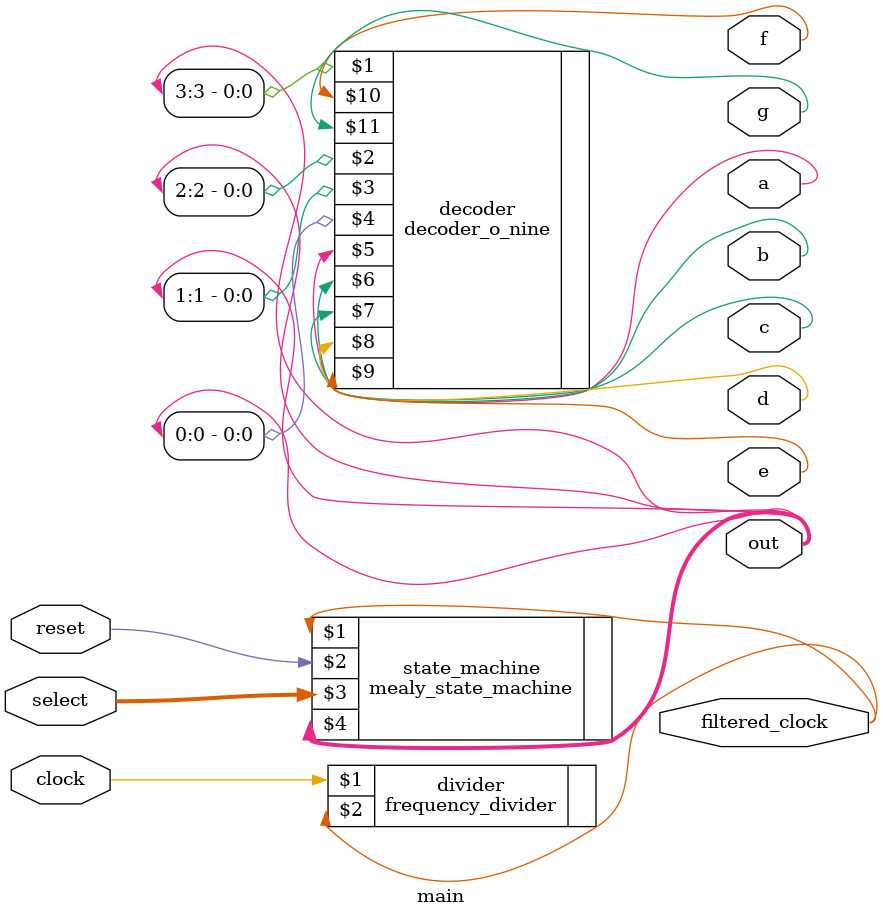
<source format=v>
module main(
	input wire clock, reset,
	input wire [1:0] select,
	
	output wire [3:0] out,
	output wire filtered_clock,
	output wire a, b, c, d, e, f, g
);




frequency_divider divider(clock, filtered_clock);
mealy_state_machine state_machine(filtered_clock, reset, select, out);
decoder_o_nine decoder(out[3], out[2], out[1], out[0], a, b, c, d, e, f, g);


endmodule
</source>
